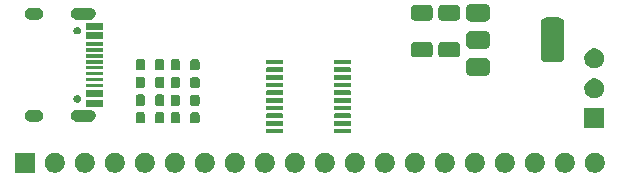
<source format=gts>
G04 #@! TF.GenerationSoftware,KiCad,Pcbnew,9.0.3*
G04 #@! TF.CreationDate,2025-08-03T15:22:30-04:00*
G04 #@! TF.ProjectId,CH32V003F4P6,43483332-5630-4303-9346-3450362e6b69,rev?*
G04 #@! TF.SameCoordinates,Original*
G04 #@! TF.FileFunction,Soldermask,Top*
G04 #@! TF.FilePolarity,Negative*
%FSLAX46Y46*%
G04 Gerber Fmt 4.6, Leading zero omitted, Abs format (unit mm)*
G04 Created by KiCad (PCBNEW 9.0.3) date 2025-08-03 15:22:30*
%MOMM*%
%LPD*%
G01*
G04 APERTURE LIST*
G04 APERTURE END LIST*
G36*
X129925000Y-129050000D02*
G01*
X128225000Y-129050000D01*
X128225000Y-127350000D01*
X129925000Y-127350000D01*
X129925000Y-129050000D01*
G37*
G36*
X131861742Y-127386601D02*
G01*
X132015687Y-127450367D01*
X132154234Y-127542941D01*
X132272059Y-127660766D01*
X132364633Y-127799313D01*
X132428399Y-127953258D01*
X132460907Y-128116685D01*
X132460907Y-128283315D01*
X132428399Y-128446742D01*
X132364633Y-128600687D01*
X132272059Y-128739234D01*
X132154234Y-128857059D01*
X132015687Y-128949633D01*
X131861742Y-129013399D01*
X131698315Y-129045907D01*
X131531685Y-129045907D01*
X131368258Y-129013399D01*
X131214313Y-128949633D01*
X131075766Y-128857059D01*
X130957941Y-128739234D01*
X130865367Y-128600687D01*
X130801601Y-128446742D01*
X130769093Y-128283315D01*
X130769093Y-128116685D01*
X130801601Y-127953258D01*
X130865367Y-127799313D01*
X130957941Y-127660766D01*
X131075766Y-127542941D01*
X131214313Y-127450367D01*
X131368258Y-127386601D01*
X131531685Y-127354093D01*
X131698315Y-127354093D01*
X131861742Y-127386601D01*
G37*
G36*
X134401742Y-127386601D02*
G01*
X134555687Y-127450367D01*
X134694234Y-127542941D01*
X134812059Y-127660766D01*
X134904633Y-127799313D01*
X134968399Y-127953258D01*
X135000907Y-128116685D01*
X135000907Y-128283315D01*
X134968399Y-128446742D01*
X134904633Y-128600687D01*
X134812059Y-128739234D01*
X134694234Y-128857059D01*
X134555687Y-128949633D01*
X134401742Y-129013399D01*
X134238315Y-129045907D01*
X134071685Y-129045907D01*
X133908258Y-129013399D01*
X133754313Y-128949633D01*
X133615766Y-128857059D01*
X133497941Y-128739234D01*
X133405367Y-128600687D01*
X133341601Y-128446742D01*
X133309093Y-128283315D01*
X133309093Y-128116685D01*
X133341601Y-127953258D01*
X133405367Y-127799313D01*
X133497941Y-127660766D01*
X133615766Y-127542941D01*
X133754313Y-127450367D01*
X133908258Y-127386601D01*
X134071685Y-127354093D01*
X134238315Y-127354093D01*
X134401742Y-127386601D01*
G37*
G36*
X136941742Y-127386601D02*
G01*
X137095687Y-127450367D01*
X137234234Y-127542941D01*
X137352059Y-127660766D01*
X137444633Y-127799313D01*
X137508399Y-127953258D01*
X137540907Y-128116685D01*
X137540907Y-128283315D01*
X137508399Y-128446742D01*
X137444633Y-128600687D01*
X137352059Y-128739234D01*
X137234234Y-128857059D01*
X137095687Y-128949633D01*
X136941742Y-129013399D01*
X136778315Y-129045907D01*
X136611685Y-129045907D01*
X136448258Y-129013399D01*
X136294313Y-128949633D01*
X136155766Y-128857059D01*
X136037941Y-128739234D01*
X135945367Y-128600687D01*
X135881601Y-128446742D01*
X135849093Y-128283315D01*
X135849093Y-128116685D01*
X135881601Y-127953258D01*
X135945367Y-127799313D01*
X136037941Y-127660766D01*
X136155766Y-127542941D01*
X136294313Y-127450367D01*
X136448258Y-127386601D01*
X136611685Y-127354093D01*
X136778315Y-127354093D01*
X136941742Y-127386601D01*
G37*
G36*
X139481742Y-127386601D02*
G01*
X139635687Y-127450367D01*
X139774234Y-127542941D01*
X139892059Y-127660766D01*
X139984633Y-127799313D01*
X140048399Y-127953258D01*
X140080907Y-128116685D01*
X140080907Y-128283315D01*
X140048399Y-128446742D01*
X139984633Y-128600687D01*
X139892059Y-128739234D01*
X139774234Y-128857059D01*
X139635687Y-128949633D01*
X139481742Y-129013399D01*
X139318315Y-129045907D01*
X139151685Y-129045907D01*
X138988258Y-129013399D01*
X138834313Y-128949633D01*
X138695766Y-128857059D01*
X138577941Y-128739234D01*
X138485367Y-128600687D01*
X138421601Y-128446742D01*
X138389093Y-128283315D01*
X138389093Y-128116685D01*
X138421601Y-127953258D01*
X138485367Y-127799313D01*
X138577941Y-127660766D01*
X138695766Y-127542941D01*
X138834313Y-127450367D01*
X138988258Y-127386601D01*
X139151685Y-127354093D01*
X139318315Y-127354093D01*
X139481742Y-127386601D01*
G37*
G36*
X142021742Y-127386601D02*
G01*
X142175687Y-127450367D01*
X142314234Y-127542941D01*
X142432059Y-127660766D01*
X142524633Y-127799313D01*
X142588399Y-127953258D01*
X142620907Y-128116685D01*
X142620907Y-128283315D01*
X142588399Y-128446742D01*
X142524633Y-128600687D01*
X142432059Y-128739234D01*
X142314234Y-128857059D01*
X142175687Y-128949633D01*
X142021742Y-129013399D01*
X141858315Y-129045907D01*
X141691685Y-129045907D01*
X141528258Y-129013399D01*
X141374313Y-128949633D01*
X141235766Y-128857059D01*
X141117941Y-128739234D01*
X141025367Y-128600687D01*
X140961601Y-128446742D01*
X140929093Y-128283315D01*
X140929093Y-128116685D01*
X140961601Y-127953258D01*
X141025367Y-127799313D01*
X141117941Y-127660766D01*
X141235766Y-127542941D01*
X141374313Y-127450367D01*
X141528258Y-127386601D01*
X141691685Y-127354093D01*
X141858315Y-127354093D01*
X142021742Y-127386601D01*
G37*
G36*
X144561742Y-127386601D02*
G01*
X144715687Y-127450367D01*
X144854234Y-127542941D01*
X144972059Y-127660766D01*
X145064633Y-127799313D01*
X145128399Y-127953258D01*
X145160907Y-128116685D01*
X145160907Y-128283315D01*
X145128399Y-128446742D01*
X145064633Y-128600687D01*
X144972059Y-128739234D01*
X144854234Y-128857059D01*
X144715687Y-128949633D01*
X144561742Y-129013399D01*
X144398315Y-129045907D01*
X144231685Y-129045907D01*
X144068258Y-129013399D01*
X143914313Y-128949633D01*
X143775766Y-128857059D01*
X143657941Y-128739234D01*
X143565367Y-128600687D01*
X143501601Y-128446742D01*
X143469093Y-128283315D01*
X143469093Y-128116685D01*
X143501601Y-127953258D01*
X143565367Y-127799313D01*
X143657941Y-127660766D01*
X143775766Y-127542941D01*
X143914313Y-127450367D01*
X144068258Y-127386601D01*
X144231685Y-127354093D01*
X144398315Y-127354093D01*
X144561742Y-127386601D01*
G37*
G36*
X147101742Y-127386601D02*
G01*
X147255687Y-127450367D01*
X147394234Y-127542941D01*
X147512059Y-127660766D01*
X147604633Y-127799313D01*
X147668399Y-127953258D01*
X147700907Y-128116685D01*
X147700907Y-128283315D01*
X147668399Y-128446742D01*
X147604633Y-128600687D01*
X147512059Y-128739234D01*
X147394234Y-128857059D01*
X147255687Y-128949633D01*
X147101742Y-129013399D01*
X146938315Y-129045907D01*
X146771685Y-129045907D01*
X146608258Y-129013399D01*
X146454313Y-128949633D01*
X146315766Y-128857059D01*
X146197941Y-128739234D01*
X146105367Y-128600687D01*
X146041601Y-128446742D01*
X146009093Y-128283315D01*
X146009093Y-128116685D01*
X146041601Y-127953258D01*
X146105367Y-127799313D01*
X146197941Y-127660766D01*
X146315766Y-127542941D01*
X146454313Y-127450367D01*
X146608258Y-127386601D01*
X146771685Y-127354093D01*
X146938315Y-127354093D01*
X147101742Y-127386601D01*
G37*
G36*
X149641742Y-127386601D02*
G01*
X149795687Y-127450367D01*
X149934234Y-127542941D01*
X150052059Y-127660766D01*
X150144633Y-127799313D01*
X150208399Y-127953258D01*
X150240907Y-128116685D01*
X150240907Y-128283315D01*
X150208399Y-128446742D01*
X150144633Y-128600687D01*
X150052059Y-128739234D01*
X149934234Y-128857059D01*
X149795687Y-128949633D01*
X149641742Y-129013399D01*
X149478315Y-129045907D01*
X149311685Y-129045907D01*
X149148258Y-129013399D01*
X148994313Y-128949633D01*
X148855766Y-128857059D01*
X148737941Y-128739234D01*
X148645367Y-128600687D01*
X148581601Y-128446742D01*
X148549093Y-128283315D01*
X148549093Y-128116685D01*
X148581601Y-127953258D01*
X148645367Y-127799313D01*
X148737941Y-127660766D01*
X148855766Y-127542941D01*
X148994313Y-127450367D01*
X149148258Y-127386601D01*
X149311685Y-127354093D01*
X149478315Y-127354093D01*
X149641742Y-127386601D01*
G37*
G36*
X152181742Y-127386601D02*
G01*
X152335687Y-127450367D01*
X152474234Y-127542941D01*
X152592059Y-127660766D01*
X152684633Y-127799313D01*
X152748399Y-127953258D01*
X152780907Y-128116685D01*
X152780907Y-128283315D01*
X152748399Y-128446742D01*
X152684633Y-128600687D01*
X152592059Y-128739234D01*
X152474234Y-128857059D01*
X152335687Y-128949633D01*
X152181742Y-129013399D01*
X152018315Y-129045907D01*
X151851685Y-129045907D01*
X151688258Y-129013399D01*
X151534313Y-128949633D01*
X151395766Y-128857059D01*
X151277941Y-128739234D01*
X151185367Y-128600687D01*
X151121601Y-128446742D01*
X151089093Y-128283315D01*
X151089093Y-128116685D01*
X151121601Y-127953258D01*
X151185367Y-127799313D01*
X151277941Y-127660766D01*
X151395766Y-127542941D01*
X151534313Y-127450367D01*
X151688258Y-127386601D01*
X151851685Y-127354093D01*
X152018315Y-127354093D01*
X152181742Y-127386601D01*
G37*
G36*
X154721742Y-127386601D02*
G01*
X154875687Y-127450367D01*
X155014234Y-127542941D01*
X155132059Y-127660766D01*
X155224633Y-127799313D01*
X155288399Y-127953258D01*
X155320907Y-128116685D01*
X155320907Y-128283315D01*
X155288399Y-128446742D01*
X155224633Y-128600687D01*
X155132059Y-128739234D01*
X155014234Y-128857059D01*
X154875687Y-128949633D01*
X154721742Y-129013399D01*
X154558315Y-129045907D01*
X154391685Y-129045907D01*
X154228258Y-129013399D01*
X154074313Y-128949633D01*
X153935766Y-128857059D01*
X153817941Y-128739234D01*
X153725367Y-128600687D01*
X153661601Y-128446742D01*
X153629093Y-128283315D01*
X153629093Y-128116685D01*
X153661601Y-127953258D01*
X153725367Y-127799313D01*
X153817941Y-127660766D01*
X153935766Y-127542941D01*
X154074313Y-127450367D01*
X154228258Y-127386601D01*
X154391685Y-127354093D01*
X154558315Y-127354093D01*
X154721742Y-127386601D01*
G37*
G36*
X157261742Y-127386601D02*
G01*
X157415687Y-127450367D01*
X157554234Y-127542941D01*
X157672059Y-127660766D01*
X157764633Y-127799313D01*
X157828399Y-127953258D01*
X157860907Y-128116685D01*
X157860907Y-128283315D01*
X157828399Y-128446742D01*
X157764633Y-128600687D01*
X157672059Y-128739234D01*
X157554234Y-128857059D01*
X157415687Y-128949633D01*
X157261742Y-129013399D01*
X157098315Y-129045907D01*
X156931685Y-129045907D01*
X156768258Y-129013399D01*
X156614313Y-128949633D01*
X156475766Y-128857059D01*
X156357941Y-128739234D01*
X156265367Y-128600687D01*
X156201601Y-128446742D01*
X156169093Y-128283315D01*
X156169093Y-128116685D01*
X156201601Y-127953258D01*
X156265367Y-127799313D01*
X156357941Y-127660766D01*
X156475766Y-127542941D01*
X156614313Y-127450367D01*
X156768258Y-127386601D01*
X156931685Y-127354093D01*
X157098315Y-127354093D01*
X157261742Y-127386601D01*
G37*
G36*
X159801742Y-127386601D02*
G01*
X159955687Y-127450367D01*
X160094234Y-127542941D01*
X160212059Y-127660766D01*
X160304633Y-127799313D01*
X160368399Y-127953258D01*
X160400907Y-128116685D01*
X160400907Y-128283315D01*
X160368399Y-128446742D01*
X160304633Y-128600687D01*
X160212059Y-128739234D01*
X160094234Y-128857059D01*
X159955687Y-128949633D01*
X159801742Y-129013399D01*
X159638315Y-129045907D01*
X159471685Y-129045907D01*
X159308258Y-129013399D01*
X159154313Y-128949633D01*
X159015766Y-128857059D01*
X158897941Y-128739234D01*
X158805367Y-128600687D01*
X158741601Y-128446742D01*
X158709093Y-128283315D01*
X158709093Y-128116685D01*
X158741601Y-127953258D01*
X158805367Y-127799313D01*
X158897941Y-127660766D01*
X159015766Y-127542941D01*
X159154313Y-127450367D01*
X159308258Y-127386601D01*
X159471685Y-127354093D01*
X159638315Y-127354093D01*
X159801742Y-127386601D01*
G37*
G36*
X162341742Y-127386601D02*
G01*
X162495687Y-127450367D01*
X162634234Y-127542941D01*
X162752059Y-127660766D01*
X162844633Y-127799313D01*
X162908399Y-127953258D01*
X162940907Y-128116685D01*
X162940907Y-128283315D01*
X162908399Y-128446742D01*
X162844633Y-128600687D01*
X162752059Y-128739234D01*
X162634234Y-128857059D01*
X162495687Y-128949633D01*
X162341742Y-129013399D01*
X162178315Y-129045907D01*
X162011685Y-129045907D01*
X161848258Y-129013399D01*
X161694313Y-128949633D01*
X161555766Y-128857059D01*
X161437941Y-128739234D01*
X161345367Y-128600687D01*
X161281601Y-128446742D01*
X161249093Y-128283315D01*
X161249093Y-128116685D01*
X161281601Y-127953258D01*
X161345367Y-127799313D01*
X161437941Y-127660766D01*
X161555766Y-127542941D01*
X161694313Y-127450367D01*
X161848258Y-127386601D01*
X162011685Y-127354093D01*
X162178315Y-127354093D01*
X162341742Y-127386601D01*
G37*
G36*
X164881742Y-127386601D02*
G01*
X165035687Y-127450367D01*
X165174234Y-127542941D01*
X165292059Y-127660766D01*
X165384633Y-127799313D01*
X165448399Y-127953258D01*
X165480907Y-128116685D01*
X165480907Y-128283315D01*
X165448399Y-128446742D01*
X165384633Y-128600687D01*
X165292059Y-128739234D01*
X165174234Y-128857059D01*
X165035687Y-128949633D01*
X164881742Y-129013399D01*
X164718315Y-129045907D01*
X164551685Y-129045907D01*
X164388258Y-129013399D01*
X164234313Y-128949633D01*
X164095766Y-128857059D01*
X163977941Y-128739234D01*
X163885367Y-128600687D01*
X163821601Y-128446742D01*
X163789093Y-128283315D01*
X163789093Y-128116685D01*
X163821601Y-127953258D01*
X163885367Y-127799313D01*
X163977941Y-127660766D01*
X164095766Y-127542941D01*
X164234313Y-127450367D01*
X164388258Y-127386601D01*
X164551685Y-127354093D01*
X164718315Y-127354093D01*
X164881742Y-127386601D01*
G37*
G36*
X167421742Y-127386601D02*
G01*
X167575687Y-127450367D01*
X167714234Y-127542941D01*
X167832059Y-127660766D01*
X167924633Y-127799313D01*
X167988399Y-127953258D01*
X168020907Y-128116685D01*
X168020907Y-128283315D01*
X167988399Y-128446742D01*
X167924633Y-128600687D01*
X167832059Y-128739234D01*
X167714234Y-128857059D01*
X167575687Y-128949633D01*
X167421742Y-129013399D01*
X167258315Y-129045907D01*
X167091685Y-129045907D01*
X166928258Y-129013399D01*
X166774313Y-128949633D01*
X166635766Y-128857059D01*
X166517941Y-128739234D01*
X166425367Y-128600687D01*
X166361601Y-128446742D01*
X166329093Y-128283315D01*
X166329093Y-128116685D01*
X166361601Y-127953258D01*
X166425367Y-127799313D01*
X166517941Y-127660766D01*
X166635766Y-127542941D01*
X166774313Y-127450367D01*
X166928258Y-127386601D01*
X167091685Y-127354093D01*
X167258315Y-127354093D01*
X167421742Y-127386601D01*
G37*
G36*
X169961742Y-127386601D02*
G01*
X170115687Y-127450367D01*
X170254234Y-127542941D01*
X170372059Y-127660766D01*
X170464633Y-127799313D01*
X170528399Y-127953258D01*
X170560907Y-128116685D01*
X170560907Y-128283315D01*
X170528399Y-128446742D01*
X170464633Y-128600687D01*
X170372059Y-128739234D01*
X170254234Y-128857059D01*
X170115687Y-128949633D01*
X169961742Y-129013399D01*
X169798315Y-129045907D01*
X169631685Y-129045907D01*
X169468258Y-129013399D01*
X169314313Y-128949633D01*
X169175766Y-128857059D01*
X169057941Y-128739234D01*
X168965367Y-128600687D01*
X168901601Y-128446742D01*
X168869093Y-128283315D01*
X168869093Y-128116685D01*
X168901601Y-127953258D01*
X168965367Y-127799313D01*
X169057941Y-127660766D01*
X169175766Y-127542941D01*
X169314313Y-127450367D01*
X169468258Y-127386601D01*
X169631685Y-127354093D01*
X169798315Y-127354093D01*
X169961742Y-127386601D01*
G37*
G36*
X172501742Y-127386601D02*
G01*
X172655687Y-127450367D01*
X172794234Y-127542941D01*
X172912059Y-127660766D01*
X173004633Y-127799313D01*
X173068399Y-127953258D01*
X173100907Y-128116685D01*
X173100907Y-128283315D01*
X173068399Y-128446742D01*
X173004633Y-128600687D01*
X172912059Y-128739234D01*
X172794234Y-128857059D01*
X172655687Y-128949633D01*
X172501742Y-129013399D01*
X172338315Y-129045907D01*
X172171685Y-129045907D01*
X172008258Y-129013399D01*
X171854313Y-128949633D01*
X171715766Y-128857059D01*
X171597941Y-128739234D01*
X171505367Y-128600687D01*
X171441601Y-128446742D01*
X171409093Y-128283315D01*
X171409093Y-128116685D01*
X171441601Y-127953258D01*
X171505367Y-127799313D01*
X171597941Y-127660766D01*
X171715766Y-127542941D01*
X171854313Y-127450367D01*
X172008258Y-127386601D01*
X172171685Y-127354093D01*
X172338315Y-127354093D01*
X172501742Y-127386601D01*
G37*
G36*
X175041742Y-127386601D02*
G01*
X175195687Y-127450367D01*
X175334234Y-127542941D01*
X175452059Y-127660766D01*
X175544633Y-127799313D01*
X175608399Y-127953258D01*
X175640907Y-128116685D01*
X175640907Y-128283315D01*
X175608399Y-128446742D01*
X175544633Y-128600687D01*
X175452059Y-128739234D01*
X175334234Y-128857059D01*
X175195687Y-128949633D01*
X175041742Y-129013399D01*
X174878315Y-129045907D01*
X174711685Y-129045907D01*
X174548258Y-129013399D01*
X174394313Y-128949633D01*
X174255766Y-128857059D01*
X174137941Y-128739234D01*
X174045367Y-128600687D01*
X173981601Y-128446742D01*
X173949093Y-128283315D01*
X173949093Y-128116685D01*
X173981601Y-127953258D01*
X174045367Y-127799313D01*
X174137941Y-127660766D01*
X174255766Y-127542941D01*
X174394313Y-127450367D01*
X174548258Y-127386601D01*
X174711685Y-127354093D01*
X174878315Y-127354093D01*
X175041742Y-127386601D01*
G37*
G36*
X177581742Y-127386601D02*
G01*
X177735687Y-127450367D01*
X177874234Y-127542941D01*
X177992059Y-127660766D01*
X178084633Y-127799313D01*
X178148399Y-127953258D01*
X178180907Y-128116685D01*
X178180907Y-128283315D01*
X178148399Y-128446742D01*
X178084633Y-128600687D01*
X177992059Y-128739234D01*
X177874234Y-128857059D01*
X177735687Y-128949633D01*
X177581742Y-129013399D01*
X177418315Y-129045907D01*
X177251685Y-129045907D01*
X177088258Y-129013399D01*
X176934313Y-128949633D01*
X176795766Y-128857059D01*
X176677941Y-128739234D01*
X176585367Y-128600687D01*
X176521601Y-128446742D01*
X176489093Y-128283315D01*
X176489093Y-128116685D01*
X176521601Y-127953258D01*
X176585367Y-127799313D01*
X176677941Y-127660766D01*
X176795766Y-127542941D01*
X176934313Y-127450367D01*
X177088258Y-127386601D01*
X177251685Y-127354093D01*
X177418315Y-127354093D01*
X177581742Y-127386601D01*
G37*
G36*
X150913268Y-125332612D02*
G01*
X150945711Y-125354289D01*
X150967388Y-125386732D01*
X150975000Y-125425000D01*
X150975000Y-125625000D01*
X150967388Y-125663268D01*
X150945711Y-125695711D01*
X150913268Y-125717388D01*
X150875000Y-125725000D01*
X149600000Y-125725000D01*
X149561732Y-125717388D01*
X149529289Y-125695711D01*
X149507612Y-125663268D01*
X149500000Y-125625000D01*
X149500000Y-125425000D01*
X149507612Y-125386732D01*
X149529289Y-125354289D01*
X149561732Y-125332612D01*
X149600000Y-125325000D01*
X150875000Y-125325000D01*
X150913268Y-125332612D01*
G37*
G36*
X156638268Y-125332612D02*
G01*
X156670711Y-125354289D01*
X156692388Y-125386732D01*
X156700000Y-125425000D01*
X156700000Y-125625000D01*
X156692388Y-125663268D01*
X156670711Y-125695711D01*
X156638268Y-125717388D01*
X156600000Y-125725000D01*
X155325000Y-125725000D01*
X155286732Y-125717388D01*
X155254289Y-125695711D01*
X155232612Y-125663268D01*
X155225000Y-125625000D01*
X155225000Y-125425000D01*
X155232612Y-125386732D01*
X155254289Y-125354289D01*
X155286732Y-125332612D01*
X155325000Y-125325000D01*
X156600000Y-125325000D01*
X156638268Y-125332612D01*
G37*
G36*
X178142000Y-125295000D02*
G01*
X176442000Y-125295000D01*
X176442000Y-123595000D01*
X178142000Y-123595000D01*
X178142000Y-125295000D01*
G37*
G36*
X150913268Y-124682612D02*
G01*
X150945711Y-124704289D01*
X150967388Y-124736732D01*
X150975000Y-124775000D01*
X150975000Y-124975000D01*
X150967388Y-125013268D01*
X150945711Y-125045711D01*
X150913268Y-125067388D01*
X150875000Y-125075000D01*
X149600000Y-125075000D01*
X149561732Y-125067388D01*
X149529289Y-125045711D01*
X149507612Y-125013268D01*
X149500000Y-124975000D01*
X149500000Y-124775000D01*
X149507612Y-124736732D01*
X149529289Y-124704289D01*
X149561732Y-124682612D01*
X149600000Y-124675000D01*
X150875000Y-124675000D01*
X150913268Y-124682612D01*
G37*
G36*
X156638268Y-124682612D02*
G01*
X156670711Y-124704289D01*
X156692388Y-124736732D01*
X156700000Y-124775000D01*
X156700000Y-124975000D01*
X156692388Y-125013268D01*
X156670711Y-125045711D01*
X156638268Y-125067388D01*
X156600000Y-125075000D01*
X155325000Y-125075000D01*
X155286732Y-125067388D01*
X155254289Y-125045711D01*
X155232612Y-125013268D01*
X155225000Y-124975000D01*
X155225000Y-124775000D01*
X155232612Y-124736732D01*
X155254289Y-124704289D01*
X155286732Y-124682612D01*
X155325000Y-124675000D01*
X156600000Y-124675000D01*
X156638268Y-124682612D01*
G37*
G36*
X142107604Y-123940223D02*
G01*
X142172488Y-123983578D01*
X142215843Y-124048462D01*
X142231067Y-124124999D01*
X142231067Y-124674999D01*
X142215843Y-124751536D01*
X142172488Y-124816420D01*
X142107604Y-124859775D01*
X142031067Y-124874999D01*
X141631067Y-124874999D01*
X141554530Y-124859775D01*
X141489646Y-124816420D01*
X141446291Y-124751536D01*
X141431067Y-124674999D01*
X141431067Y-124124999D01*
X141446291Y-124048462D01*
X141489646Y-123983578D01*
X141554530Y-123940223D01*
X141631067Y-123924999D01*
X142031067Y-123924999D01*
X142107604Y-123940223D01*
G37*
G36*
X143757604Y-123940223D02*
G01*
X143822488Y-123983578D01*
X143865843Y-124048462D01*
X143881067Y-124124999D01*
X143881067Y-124674999D01*
X143865843Y-124751536D01*
X143822488Y-124816420D01*
X143757604Y-124859775D01*
X143681067Y-124874999D01*
X143281067Y-124874999D01*
X143204530Y-124859775D01*
X143139646Y-124816420D01*
X143096291Y-124751536D01*
X143081067Y-124674999D01*
X143081067Y-124124999D01*
X143096291Y-124048462D01*
X143139646Y-123983578D01*
X143204530Y-123940223D01*
X143281067Y-123924999D01*
X143681067Y-123924999D01*
X143757604Y-123940223D01*
G37*
G36*
X139126537Y-123940222D02*
G01*
X139191421Y-123983577D01*
X139234776Y-124048461D01*
X139250000Y-124124998D01*
X139250000Y-124674998D01*
X139234776Y-124751535D01*
X139191421Y-124816419D01*
X139126537Y-124859774D01*
X139050000Y-124874998D01*
X138650000Y-124874998D01*
X138573463Y-124859774D01*
X138508579Y-124816419D01*
X138465224Y-124751535D01*
X138450000Y-124674998D01*
X138450000Y-124124998D01*
X138465224Y-124048461D01*
X138508579Y-123983577D01*
X138573463Y-123940222D01*
X138650000Y-123924998D01*
X139050000Y-123924998D01*
X139126537Y-123940222D01*
G37*
G36*
X140776537Y-123940222D02*
G01*
X140841421Y-123983577D01*
X140884776Y-124048461D01*
X140900000Y-124124998D01*
X140900000Y-124674998D01*
X140884776Y-124751535D01*
X140841421Y-124816419D01*
X140776537Y-124859774D01*
X140700000Y-124874998D01*
X140300000Y-124874998D01*
X140223463Y-124859774D01*
X140158579Y-124816419D01*
X140115224Y-124751535D01*
X140100000Y-124674998D01*
X140100000Y-124124998D01*
X140115224Y-124048461D01*
X140158579Y-123983577D01*
X140223463Y-123940222D01*
X140300000Y-123924998D01*
X140700000Y-123924998D01*
X140776537Y-123940222D01*
G37*
G36*
X130215263Y-123724278D02*
G01*
X130341342Y-123758060D01*
X130454381Y-123823323D01*
X130546677Y-123915619D01*
X130611940Y-124028658D01*
X130645722Y-124154737D01*
X130645722Y-124285263D01*
X130611940Y-124411342D01*
X130546677Y-124524381D01*
X130454381Y-124616677D01*
X130341342Y-124681940D01*
X130215263Y-124715722D01*
X130150000Y-124720000D01*
X130148029Y-124720000D01*
X129551971Y-124720000D01*
X129550000Y-124720000D01*
X129484737Y-124715722D01*
X129358658Y-124681940D01*
X129245619Y-124616677D01*
X129153323Y-124524381D01*
X129088060Y-124411342D01*
X129054278Y-124285263D01*
X129054278Y-124154737D01*
X129088060Y-124028658D01*
X129153323Y-123915619D01*
X129245619Y-123823323D01*
X129358658Y-123758060D01*
X129484737Y-123724278D01*
X129550000Y-123720000D01*
X130150000Y-123720000D01*
X130215263Y-123724278D01*
G37*
G36*
X134645263Y-123724278D02*
G01*
X134771342Y-123758060D01*
X134884381Y-123823323D01*
X134976677Y-123915619D01*
X135041940Y-124028658D01*
X135075722Y-124154737D01*
X135075722Y-124285263D01*
X135041940Y-124411342D01*
X134976677Y-124524381D01*
X134884381Y-124616677D01*
X134771342Y-124681940D01*
X134645263Y-124715722D01*
X134580000Y-124720000D01*
X134578029Y-124720000D01*
X133481971Y-124720000D01*
X133480000Y-124720000D01*
X133414737Y-124715722D01*
X133288658Y-124681940D01*
X133175619Y-124616677D01*
X133083323Y-124524381D01*
X133018060Y-124411342D01*
X132984278Y-124285263D01*
X132984278Y-124154737D01*
X133018060Y-124028658D01*
X133083323Y-123915619D01*
X133175619Y-123823323D01*
X133288658Y-123758060D01*
X133414737Y-123724278D01*
X133480000Y-123720000D01*
X134580000Y-123720000D01*
X134645263Y-123724278D01*
G37*
G36*
X150913268Y-124032612D02*
G01*
X150945711Y-124054289D01*
X150967388Y-124086732D01*
X150975000Y-124125000D01*
X150975000Y-124325000D01*
X150967388Y-124363268D01*
X150945711Y-124395711D01*
X150913268Y-124417388D01*
X150875000Y-124425000D01*
X149600000Y-124425000D01*
X149561732Y-124417388D01*
X149529289Y-124395711D01*
X149507612Y-124363268D01*
X149500000Y-124325000D01*
X149500000Y-124125000D01*
X149507612Y-124086732D01*
X149529289Y-124054289D01*
X149561732Y-124032612D01*
X149600000Y-124025000D01*
X150875000Y-124025000D01*
X150913268Y-124032612D01*
G37*
G36*
X156638268Y-124032612D02*
G01*
X156670711Y-124054289D01*
X156692388Y-124086732D01*
X156700000Y-124125000D01*
X156700000Y-124325000D01*
X156692388Y-124363268D01*
X156670711Y-124395711D01*
X156638268Y-124417388D01*
X156600000Y-124425000D01*
X155325000Y-124425000D01*
X155286732Y-124417388D01*
X155254289Y-124395711D01*
X155232612Y-124363268D01*
X155225000Y-124325000D01*
X155225000Y-124125000D01*
X155232612Y-124086732D01*
X155254289Y-124054289D01*
X155286732Y-124032612D01*
X155325000Y-124025000D01*
X156600000Y-124025000D01*
X156638268Y-124032612D01*
G37*
G36*
X150913268Y-123382612D02*
G01*
X150945711Y-123404289D01*
X150967388Y-123436732D01*
X150975000Y-123475000D01*
X150975000Y-123675000D01*
X150967388Y-123713268D01*
X150945711Y-123745711D01*
X150913268Y-123767388D01*
X150875000Y-123775000D01*
X149600000Y-123775000D01*
X149561732Y-123767388D01*
X149529289Y-123745711D01*
X149507612Y-123713268D01*
X149500000Y-123675000D01*
X149500000Y-123475000D01*
X149507612Y-123436732D01*
X149529289Y-123404289D01*
X149561732Y-123382612D01*
X149600000Y-123375000D01*
X150875000Y-123375000D01*
X150913268Y-123382612D01*
G37*
G36*
X156638268Y-123382612D02*
G01*
X156670711Y-123404289D01*
X156692388Y-123436732D01*
X156700000Y-123475000D01*
X156700000Y-123675000D01*
X156692388Y-123713268D01*
X156670711Y-123745711D01*
X156638268Y-123767388D01*
X156600000Y-123775000D01*
X155325000Y-123775000D01*
X155286732Y-123767388D01*
X155254289Y-123745711D01*
X155232612Y-123713268D01*
X155225000Y-123675000D01*
X155225000Y-123475000D01*
X155232612Y-123436732D01*
X155254289Y-123404289D01*
X155286732Y-123382612D01*
X155325000Y-123375000D01*
X156600000Y-123375000D01*
X156638268Y-123382612D01*
G37*
G36*
X135670000Y-123450000D02*
G01*
X134220000Y-123450000D01*
X134220000Y-122850000D01*
X135670000Y-122850000D01*
X135670000Y-123450000D01*
G37*
G36*
X142107604Y-122442191D02*
G01*
X142172488Y-122485546D01*
X142215843Y-122550430D01*
X142231067Y-122626967D01*
X142231067Y-123176967D01*
X142215843Y-123253504D01*
X142172488Y-123318388D01*
X142107604Y-123361743D01*
X142031067Y-123376967D01*
X141631067Y-123376967D01*
X141554530Y-123361743D01*
X141489646Y-123318388D01*
X141446291Y-123253504D01*
X141431067Y-123176967D01*
X141431067Y-122626967D01*
X141446291Y-122550430D01*
X141489646Y-122485546D01*
X141554530Y-122442191D01*
X141631067Y-122426967D01*
X142031067Y-122426967D01*
X142107604Y-122442191D01*
G37*
G36*
X143757604Y-122442191D02*
G01*
X143822488Y-122485546D01*
X143865843Y-122550430D01*
X143881067Y-122626967D01*
X143881067Y-123176967D01*
X143865843Y-123253504D01*
X143822488Y-123318388D01*
X143757604Y-123361743D01*
X143681067Y-123376967D01*
X143281067Y-123376967D01*
X143204530Y-123361743D01*
X143139646Y-123318388D01*
X143096291Y-123253504D01*
X143081067Y-123176967D01*
X143081067Y-122626967D01*
X143096291Y-122550430D01*
X143139646Y-122485546D01*
X143204530Y-122442191D01*
X143281067Y-122426967D01*
X143681067Y-122426967D01*
X143757604Y-122442191D01*
G37*
G36*
X139126537Y-122437411D02*
G01*
X139191421Y-122480766D01*
X139234776Y-122545650D01*
X139250000Y-122622187D01*
X139250000Y-123172187D01*
X139234776Y-123248724D01*
X139191421Y-123313608D01*
X139126537Y-123356963D01*
X139050000Y-123372187D01*
X138650000Y-123372187D01*
X138573463Y-123356963D01*
X138508579Y-123313608D01*
X138465224Y-123248724D01*
X138450000Y-123172187D01*
X138450000Y-122622187D01*
X138465224Y-122545650D01*
X138508579Y-122480766D01*
X138573463Y-122437411D01*
X138650000Y-122422187D01*
X139050000Y-122422187D01*
X139126537Y-122437411D01*
G37*
G36*
X140776537Y-122437411D02*
G01*
X140841421Y-122480766D01*
X140884776Y-122545650D01*
X140900000Y-122622187D01*
X140900000Y-123172187D01*
X140884776Y-123248724D01*
X140841421Y-123313608D01*
X140776537Y-123356963D01*
X140700000Y-123372187D01*
X140300000Y-123372187D01*
X140223463Y-123356963D01*
X140158579Y-123313608D01*
X140115224Y-123248724D01*
X140100000Y-123172187D01*
X140100000Y-122622187D01*
X140115224Y-122545650D01*
X140158579Y-122480766D01*
X140223463Y-122437411D01*
X140300000Y-122422187D01*
X140700000Y-122422187D01*
X140776537Y-122437411D01*
G37*
G36*
X150913268Y-122732612D02*
G01*
X150945711Y-122754289D01*
X150967388Y-122786732D01*
X150975000Y-122825000D01*
X150975000Y-123025000D01*
X150967388Y-123063268D01*
X150945711Y-123095711D01*
X150913268Y-123117388D01*
X150875000Y-123125000D01*
X149600000Y-123125000D01*
X149561732Y-123117388D01*
X149529289Y-123095711D01*
X149507612Y-123063268D01*
X149500000Y-123025000D01*
X149500000Y-122825000D01*
X149507612Y-122786732D01*
X149529289Y-122754289D01*
X149561732Y-122732612D01*
X149600000Y-122725000D01*
X150875000Y-122725000D01*
X150913268Y-122732612D01*
G37*
G36*
X156638268Y-122732612D02*
G01*
X156670711Y-122754289D01*
X156692388Y-122786732D01*
X156700000Y-122825000D01*
X156700000Y-123025000D01*
X156692388Y-123063268D01*
X156670711Y-123095711D01*
X156638268Y-123117388D01*
X156600000Y-123125000D01*
X155325000Y-123125000D01*
X155286732Y-123117388D01*
X155254289Y-123095711D01*
X155232612Y-123063268D01*
X155225000Y-123025000D01*
X155225000Y-122825000D01*
X155232612Y-122786732D01*
X155254289Y-122754289D01*
X155286732Y-122732612D01*
X155325000Y-122725000D01*
X156600000Y-122725000D01*
X156638268Y-122732612D01*
G37*
G36*
X133624372Y-122489739D02*
G01*
X133697847Y-122532160D01*
X133757840Y-122592153D01*
X133800261Y-122665628D01*
X133822220Y-122747579D01*
X133822220Y-122832421D01*
X133800261Y-122914372D01*
X133757840Y-122987847D01*
X133697847Y-123047840D01*
X133624372Y-123090261D01*
X133542421Y-123112220D01*
X133457579Y-123112220D01*
X133375628Y-123090261D01*
X133302153Y-123047840D01*
X133242160Y-122987847D01*
X133199739Y-122914372D01*
X133177780Y-122832421D01*
X133177780Y-122747579D01*
X133199739Y-122665628D01*
X133242160Y-122592153D01*
X133302153Y-122532160D01*
X133375628Y-122489739D01*
X133457579Y-122467780D01*
X133542421Y-122467780D01*
X133624372Y-122489739D01*
G37*
G36*
X177538742Y-121091601D02*
G01*
X177692687Y-121155367D01*
X177831234Y-121247941D01*
X177949059Y-121365766D01*
X178041633Y-121504313D01*
X178105399Y-121658258D01*
X178137907Y-121821685D01*
X178137907Y-121988315D01*
X178105399Y-122151742D01*
X178041633Y-122305687D01*
X177949059Y-122444234D01*
X177831234Y-122562059D01*
X177692687Y-122654633D01*
X177538742Y-122718399D01*
X177375315Y-122750907D01*
X177208685Y-122750907D01*
X177045258Y-122718399D01*
X176891313Y-122654633D01*
X176752766Y-122562059D01*
X176634941Y-122444234D01*
X176542367Y-122305687D01*
X176478601Y-122151742D01*
X176446093Y-121988315D01*
X176446093Y-121821685D01*
X176478601Y-121658258D01*
X176542367Y-121504313D01*
X176634941Y-121365766D01*
X176752766Y-121247941D01*
X176891313Y-121155367D01*
X177045258Y-121091601D01*
X177208685Y-121059093D01*
X177375315Y-121059093D01*
X177538742Y-121091601D01*
G37*
G36*
X135670000Y-122650000D02*
G01*
X134220000Y-122650000D01*
X134220000Y-122050000D01*
X135670000Y-122050000D01*
X135670000Y-122650000D01*
G37*
G36*
X150913268Y-122082612D02*
G01*
X150945711Y-122104289D01*
X150967388Y-122136732D01*
X150975000Y-122175000D01*
X150975000Y-122375000D01*
X150967388Y-122413268D01*
X150945711Y-122445711D01*
X150913268Y-122467388D01*
X150875000Y-122475000D01*
X149600000Y-122475000D01*
X149561732Y-122467388D01*
X149529289Y-122445711D01*
X149507612Y-122413268D01*
X149500000Y-122375000D01*
X149500000Y-122175000D01*
X149507612Y-122136732D01*
X149529289Y-122104289D01*
X149561732Y-122082612D01*
X149600000Y-122075000D01*
X150875000Y-122075000D01*
X150913268Y-122082612D01*
G37*
G36*
X156638268Y-122082612D02*
G01*
X156670711Y-122104289D01*
X156692388Y-122136732D01*
X156700000Y-122175000D01*
X156700000Y-122375000D01*
X156692388Y-122413268D01*
X156670711Y-122445711D01*
X156638268Y-122467388D01*
X156600000Y-122475000D01*
X155325000Y-122475000D01*
X155286732Y-122467388D01*
X155254289Y-122445711D01*
X155232612Y-122413268D01*
X155225000Y-122375000D01*
X155225000Y-122175000D01*
X155232612Y-122136732D01*
X155254289Y-122104289D01*
X155286732Y-122082612D01*
X155325000Y-122075000D01*
X156600000Y-122075000D01*
X156638268Y-122082612D01*
G37*
G36*
X142107604Y-120944159D02*
G01*
X142172488Y-120987514D01*
X142215843Y-121052398D01*
X142231067Y-121128935D01*
X142231067Y-121678935D01*
X142215843Y-121755472D01*
X142172488Y-121820356D01*
X142107604Y-121863711D01*
X142031067Y-121878935D01*
X141631067Y-121878935D01*
X141554530Y-121863711D01*
X141489646Y-121820356D01*
X141446291Y-121755472D01*
X141431067Y-121678935D01*
X141431067Y-121128935D01*
X141446291Y-121052398D01*
X141489646Y-120987514D01*
X141554530Y-120944159D01*
X141631067Y-120928935D01*
X142031067Y-120928935D01*
X142107604Y-120944159D01*
G37*
G36*
X143757604Y-120944159D02*
G01*
X143822488Y-120987514D01*
X143865843Y-121052398D01*
X143881067Y-121128935D01*
X143881067Y-121678935D01*
X143865843Y-121755472D01*
X143822488Y-121820356D01*
X143757604Y-121863711D01*
X143681067Y-121878935D01*
X143281067Y-121878935D01*
X143204530Y-121863711D01*
X143139646Y-121820356D01*
X143096291Y-121755472D01*
X143081067Y-121678935D01*
X143081067Y-121128935D01*
X143096291Y-121052398D01*
X143139646Y-120987514D01*
X143204530Y-120944159D01*
X143281067Y-120928935D01*
X143681067Y-120928935D01*
X143757604Y-120944159D01*
G37*
G36*
X139126537Y-120934600D02*
G01*
X139191421Y-120977955D01*
X139234776Y-121042839D01*
X139250000Y-121119376D01*
X139250000Y-121669376D01*
X139234776Y-121745913D01*
X139191421Y-121810797D01*
X139126537Y-121854152D01*
X139050000Y-121869376D01*
X138650000Y-121869376D01*
X138573463Y-121854152D01*
X138508579Y-121810797D01*
X138465224Y-121745913D01*
X138450000Y-121669376D01*
X138450000Y-121119376D01*
X138465224Y-121042839D01*
X138508579Y-120977955D01*
X138573463Y-120934600D01*
X138650000Y-120919376D01*
X139050000Y-120919376D01*
X139126537Y-120934600D01*
G37*
G36*
X140776537Y-120934600D02*
G01*
X140841421Y-120977955D01*
X140884776Y-121042839D01*
X140900000Y-121119376D01*
X140900000Y-121669376D01*
X140884776Y-121745913D01*
X140841421Y-121810797D01*
X140776537Y-121854152D01*
X140700000Y-121869376D01*
X140300000Y-121869376D01*
X140223463Y-121854152D01*
X140158579Y-121810797D01*
X140115224Y-121745913D01*
X140100000Y-121669376D01*
X140100000Y-121119376D01*
X140115224Y-121042839D01*
X140158579Y-120977955D01*
X140223463Y-120934600D01*
X140300000Y-120919376D01*
X140700000Y-120919376D01*
X140776537Y-120934600D01*
G37*
G36*
X150913268Y-121432612D02*
G01*
X150945711Y-121454289D01*
X150967388Y-121486732D01*
X150975000Y-121525000D01*
X150975000Y-121725000D01*
X150967388Y-121763268D01*
X150945711Y-121795711D01*
X150913268Y-121817388D01*
X150875000Y-121825000D01*
X149600000Y-121825000D01*
X149561732Y-121817388D01*
X149529289Y-121795711D01*
X149507612Y-121763268D01*
X149500000Y-121725000D01*
X149500000Y-121525000D01*
X149507612Y-121486732D01*
X149529289Y-121454289D01*
X149561732Y-121432612D01*
X149600000Y-121425000D01*
X150875000Y-121425000D01*
X150913268Y-121432612D01*
G37*
G36*
X156638268Y-121432612D02*
G01*
X156670711Y-121454289D01*
X156692388Y-121486732D01*
X156700000Y-121525000D01*
X156700000Y-121725000D01*
X156692388Y-121763268D01*
X156670711Y-121795711D01*
X156638268Y-121817388D01*
X156600000Y-121825000D01*
X155325000Y-121825000D01*
X155286732Y-121817388D01*
X155254289Y-121795711D01*
X155232612Y-121763268D01*
X155225000Y-121725000D01*
X155225000Y-121525000D01*
X155232612Y-121486732D01*
X155254289Y-121454289D01*
X155286732Y-121432612D01*
X155325000Y-121425000D01*
X156600000Y-121425000D01*
X156638268Y-121432612D01*
G37*
G36*
X135670000Y-121800000D02*
G01*
X134220000Y-121800000D01*
X134220000Y-121500000D01*
X135670000Y-121500000D01*
X135670000Y-121800000D01*
G37*
G36*
X135670000Y-121300000D02*
G01*
X134220000Y-121300000D01*
X134220000Y-121000000D01*
X135670000Y-121000000D01*
X135670000Y-121300000D01*
G37*
G36*
X150913268Y-120782612D02*
G01*
X150945711Y-120804289D01*
X150967388Y-120836732D01*
X150975000Y-120875000D01*
X150975000Y-121075000D01*
X150967388Y-121113268D01*
X150945711Y-121145711D01*
X150913268Y-121167388D01*
X150875000Y-121175000D01*
X149600000Y-121175000D01*
X149561732Y-121167388D01*
X149529289Y-121145711D01*
X149507612Y-121113268D01*
X149500000Y-121075000D01*
X149500000Y-120875000D01*
X149507612Y-120836732D01*
X149529289Y-120804289D01*
X149561732Y-120782612D01*
X149600000Y-120775000D01*
X150875000Y-120775000D01*
X150913268Y-120782612D01*
G37*
G36*
X156638268Y-120782612D02*
G01*
X156670711Y-120804289D01*
X156692388Y-120836732D01*
X156700000Y-120875000D01*
X156700000Y-121075000D01*
X156692388Y-121113268D01*
X156670711Y-121145711D01*
X156638268Y-121167388D01*
X156600000Y-121175000D01*
X155325000Y-121175000D01*
X155286732Y-121167388D01*
X155254289Y-121145711D01*
X155232612Y-121113268D01*
X155225000Y-121075000D01*
X155225000Y-120875000D01*
X155232612Y-120836732D01*
X155254289Y-120804289D01*
X155286732Y-120782612D01*
X155325000Y-120775000D01*
X156600000Y-120775000D01*
X156638268Y-120782612D01*
G37*
G36*
X168080071Y-119350738D02*
G01*
X168142973Y-119356637D01*
X168158968Y-119362234D01*
X168182001Y-119365590D01*
X168215852Y-119382139D01*
X168249909Y-119394056D01*
X168268902Y-119408073D01*
X168292904Y-119419807D01*
X168315730Y-119442633D01*
X168339686Y-119460313D01*
X168357365Y-119484268D01*
X168380193Y-119507096D01*
X168391927Y-119531099D01*
X168405943Y-119550090D01*
X168417858Y-119584142D01*
X168434410Y-119617999D01*
X168437766Y-119641034D01*
X168443362Y-119657026D01*
X168449258Y-119719912D01*
X168450000Y-119725000D01*
X168450000Y-120475000D01*
X168449258Y-120480091D01*
X168443362Y-120542973D01*
X168437766Y-120558963D01*
X168434410Y-120582001D01*
X168417857Y-120615859D01*
X168405943Y-120649909D01*
X168391928Y-120668898D01*
X168380193Y-120692904D01*
X168357362Y-120715734D01*
X168339686Y-120739686D01*
X168315734Y-120757362D01*
X168292904Y-120780193D01*
X168268898Y-120791928D01*
X168249909Y-120805943D01*
X168215859Y-120817857D01*
X168182001Y-120834410D01*
X168158963Y-120837766D01*
X168142973Y-120843362D01*
X168080089Y-120849258D01*
X168075000Y-120850000D01*
X166825000Y-120850000D01*
X166819910Y-120849258D01*
X166757026Y-120843362D01*
X166741034Y-120837766D01*
X166717999Y-120834410D01*
X166684142Y-120817858D01*
X166650090Y-120805943D01*
X166631099Y-120791927D01*
X166607096Y-120780193D01*
X166584268Y-120757365D01*
X166560313Y-120739686D01*
X166542633Y-120715730D01*
X166519807Y-120692904D01*
X166508073Y-120668902D01*
X166494056Y-120649909D01*
X166482139Y-120615852D01*
X166465590Y-120582001D01*
X166462234Y-120558968D01*
X166456637Y-120542973D01*
X166450738Y-120480070D01*
X166450000Y-120475000D01*
X166450000Y-119725000D01*
X166450738Y-119719930D01*
X166456637Y-119657026D01*
X166462234Y-119641029D01*
X166465590Y-119617999D01*
X166482137Y-119584149D01*
X166494056Y-119550090D01*
X166508074Y-119531095D01*
X166519807Y-119507096D01*
X166542630Y-119484272D01*
X166560313Y-119460313D01*
X166584272Y-119442630D01*
X166607096Y-119419807D01*
X166631095Y-119408074D01*
X166650090Y-119394056D01*
X166684149Y-119382137D01*
X166717999Y-119365590D01*
X166741029Y-119362234D01*
X166757026Y-119356637D01*
X166819931Y-119350738D01*
X166825000Y-119350000D01*
X168075000Y-119350000D01*
X168080071Y-119350738D01*
G37*
G36*
X135670000Y-120800000D02*
G01*
X134220000Y-120800000D01*
X134220000Y-120500000D01*
X135670000Y-120500000D01*
X135670000Y-120800000D01*
G37*
G36*
X150913268Y-120132612D02*
G01*
X150945711Y-120154289D01*
X150967388Y-120186732D01*
X150975000Y-120225000D01*
X150975000Y-120425000D01*
X150967388Y-120463268D01*
X150945711Y-120495711D01*
X150913268Y-120517388D01*
X150875000Y-120525000D01*
X149600000Y-120525000D01*
X149561732Y-120517388D01*
X149529289Y-120495711D01*
X149507612Y-120463268D01*
X149500000Y-120425000D01*
X149500000Y-120225000D01*
X149507612Y-120186732D01*
X149529289Y-120154289D01*
X149561732Y-120132612D01*
X149600000Y-120125000D01*
X150875000Y-120125000D01*
X150913268Y-120132612D01*
G37*
G36*
X156638268Y-120132612D02*
G01*
X156670711Y-120154289D01*
X156692388Y-120186732D01*
X156700000Y-120225000D01*
X156700000Y-120425000D01*
X156692388Y-120463268D01*
X156670711Y-120495711D01*
X156638268Y-120517388D01*
X156600000Y-120525000D01*
X155325000Y-120525000D01*
X155286732Y-120517388D01*
X155254289Y-120495711D01*
X155232612Y-120463268D01*
X155225000Y-120425000D01*
X155225000Y-120225000D01*
X155232612Y-120186732D01*
X155254289Y-120154289D01*
X155286732Y-120132612D01*
X155325000Y-120125000D01*
X156600000Y-120125000D01*
X156638268Y-120132612D01*
G37*
G36*
X142107604Y-119446127D02*
G01*
X142172488Y-119489482D01*
X142215843Y-119554366D01*
X142231067Y-119630903D01*
X142231067Y-120180903D01*
X142215843Y-120257440D01*
X142172488Y-120322324D01*
X142107604Y-120365679D01*
X142031067Y-120380903D01*
X141631067Y-120380903D01*
X141554530Y-120365679D01*
X141489646Y-120322324D01*
X141446291Y-120257440D01*
X141431067Y-120180903D01*
X141431067Y-119630903D01*
X141446291Y-119554366D01*
X141489646Y-119489482D01*
X141554530Y-119446127D01*
X141631067Y-119430903D01*
X142031067Y-119430903D01*
X142107604Y-119446127D01*
G37*
G36*
X143757604Y-119446127D02*
G01*
X143822488Y-119489482D01*
X143865843Y-119554366D01*
X143881067Y-119630903D01*
X143881067Y-120180903D01*
X143865843Y-120257440D01*
X143822488Y-120322324D01*
X143757604Y-120365679D01*
X143681067Y-120380903D01*
X143281067Y-120380903D01*
X143204530Y-120365679D01*
X143139646Y-120322324D01*
X143096291Y-120257440D01*
X143081067Y-120180903D01*
X143081067Y-119630903D01*
X143096291Y-119554366D01*
X143139646Y-119489482D01*
X143204530Y-119446127D01*
X143281067Y-119430903D01*
X143681067Y-119430903D01*
X143757604Y-119446127D01*
G37*
G36*
X139126537Y-119431789D02*
G01*
X139191421Y-119475144D01*
X139234776Y-119540028D01*
X139250000Y-119616565D01*
X139250000Y-120166565D01*
X139234776Y-120243102D01*
X139191421Y-120307986D01*
X139126537Y-120351341D01*
X139050000Y-120366565D01*
X138650000Y-120366565D01*
X138573463Y-120351341D01*
X138508579Y-120307986D01*
X138465224Y-120243102D01*
X138450000Y-120166565D01*
X138450000Y-119616565D01*
X138465224Y-119540028D01*
X138508579Y-119475144D01*
X138573463Y-119431789D01*
X138650000Y-119416565D01*
X139050000Y-119416565D01*
X139126537Y-119431789D01*
G37*
G36*
X140776537Y-119431789D02*
G01*
X140841421Y-119475144D01*
X140884776Y-119540028D01*
X140900000Y-119616565D01*
X140900000Y-120166565D01*
X140884776Y-120243102D01*
X140841421Y-120307986D01*
X140776537Y-120351341D01*
X140700000Y-120366565D01*
X140300000Y-120366565D01*
X140223463Y-120351341D01*
X140158579Y-120307986D01*
X140115224Y-120243102D01*
X140100000Y-120166565D01*
X140100000Y-119616565D01*
X140115224Y-119540028D01*
X140158579Y-119475144D01*
X140223463Y-119431789D01*
X140300000Y-119416565D01*
X140700000Y-119416565D01*
X140776537Y-119431789D01*
G37*
G36*
X135670000Y-120300000D02*
G01*
X134220000Y-120300000D01*
X134220000Y-120000000D01*
X135670000Y-120000000D01*
X135670000Y-120300000D01*
G37*
G36*
X177538742Y-118551601D02*
G01*
X177692687Y-118615367D01*
X177831234Y-118707941D01*
X177949059Y-118825766D01*
X178041633Y-118964313D01*
X178105399Y-119118258D01*
X178137907Y-119281685D01*
X178137907Y-119448315D01*
X178105399Y-119611742D01*
X178041633Y-119765687D01*
X177949059Y-119904234D01*
X177831234Y-120022059D01*
X177692687Y-120114633D01*
X177538742Y-120178399D01*
X177375315Y-120210907D01*
X177208685Y-120210907D01*
X177045258Y-120178399D01*
X176891313Y-120114633D01*
X176752766Y-120022059D01*
X176634941Y-119904234D01*
X176542367Y-119765687D01*
X176478601Y-119611742D01*
X176446093Y-119448315D01*
X176446093Y-119281685D01*
X176478601Y-119118258D01*
X176542367Y-118964313D01*
X176634941Y-118825766D01*
X176752766Y-118707941D01*
X176891313Y-118615367D01*
X177045258Y-118551601D01*
X177208685Y-118519093D01*
X177375315Y-118519093D01*
X177538742Y-118551601D01*
G37*
G36*
X150913268Y-119482612D02*
G01*
X150945711Y-119504289D01*
X150967388Y-119536732D01*
X150975000Y-119575000D01*
X150975000Y-119775000D01*
X150967388Y-119813268D01*
X150945711Y-119845711D01*
X150913268Y-119867388D01*
X150875000Y-119875000D01*
X149600000Y-119875000D01*
X149561732Y-119867388D01*
X149529289Y-119845711D01*
X149507612Y-119813268D01*
X149500000Y-119775000D01*
X149500000Y-119575000D01*
X149507612Y-119536732D01*
X149529289Y-119504289D01*
X149561732Y-119482612D01*
X149600000Y-119475000D01*
X150875000Y-119475000D01*
X150913268Y-119482612D01*
G37*
G36*
X156638268Y-119482612D02*
G01*
X156670711Y-119504289D01*
X156692388Y-119536732D01*
X156700000Y-119575000D01*
X156700000Y-119775000D01*
X156692388Y-119813268D01*
X156670711Y-119845711D01*
X156638268Y-119867388D01*
X156600000Y-119875000D01*
X155325000Y-119875000D01*
X155286732Y-119867388D01*
X155254289Y-119845711D01*
X155232612Y-119813268D01*
X155225000Y-119775000D01*
X155225000Y-119575000D01*
X155232612Y-119536732D01*
X155254289Y-119504289D01*
X155286732Y-119482612D01*
X155325000Y-119475000D01*
X156600000Y-119475000D01*
X156638268Y-119482612D01*
G37*
G36*
X135670000Y-119800000D02*
G01*
X134220000Y-119800000D01*
X134220000Y-119500000D01*
X135670000Y-119500000D01*
X135670000Y-119800000D01*
G37*
G36*
X174356283Y-115911427D02*
G01*
X174363268Y-115914032D01*
X174367762Y-115914572D01*
X174420931Y-115935539D01*
X174489624Y-115961161D01*
X174493768Y-115964263D01*
X174494776Y-115964661D01*
X174531416Y-115992446D01*
X174603553Y-116046447D01*
X174657572Y-116118608D01*
X174685338Y-116155223D01*
X174685734Y-116156229D01*
X174688839Y-116160376D01*
X174714470Y-116229096D01*
X174735427Y-116282237D01*
X174735966Y-116286728D01*
X174738573Y-116293717D01*
X174750000Y-116400000D01*
X174750000Y-119200000D01*
X174738573Y-119306283D01*
X174735966Y-119313272D01*
X174735427Y-119317762D01*
X174714477Y-119370884D01*
X174688839Y-119439624D01*
X174685734Y-119443771D01*
X174685338Y-119444776D01*
X174657630Y-119481313D01*
X174603553Y-119553553D01*
X174531313Y-119607630D01*
X174494776Y-119635338D01*
X174493771Y-119635734D01*
X174489624Y-119638839D01*
X174420884Y-119664477D01*
X174367762Y-119685427D01*
X174363272Y-119685966D01*
X174356283Y-119688573D01*
X174250000Y-119700000D01*
X173250000Y-119700000D01*
X173143717Y-119688573D01*
X173136728Y-119685966D01*
X173132237Y-119685427D01*
X173079096Y-119664470D01*
X173010376Y-119638839D01*
X173006229Y-119635734D01*
X173005223Y-119635338D01*
X172968608Y-119607572D01*
X172896447Y-119553553D01*
X172842446Y-119481416D01*
X172814661Y-119444776D01*
X172814263Y-119443768D01*
X172811161Y-119439624D01*
X172785539Y-119370931D01*
X172764572Y-119317762D01*
X172764032Y-119313268D01*
X172761427Y-119306283D01*
X172750000Y-119200000D01*
X172750000Y-116400000D01*
X172761427Y-116293717D01*
X172764032Y-116286732D01*
X172764572Y-116282237D01*
X172785546Y-116229049D01*
X172811161Y-116160376D01*
X172814263Y-116156232D01*
X172814661Y-116155223D01*
X172842504Y-116118506D01*
X172896447Y-116046447D01*
X172968506Y-115992504D01*
X173005223Y-115964661D01*
X173006232Y-115964263D01*
X173010376Y-115961161D01*
X173079049Y-115935546D01*
X173132237Y-115914572D01*
X173136732Y-115914032D01*
X173143717Y-115911427D01*
X173250000Y-115900000D01*
X174250000Y-115900000D01*
X174356283Y-115911427D01*
G37*
G36*
X135670000Y-119300000D02*
G01*
X134220000Y-119300000D01*
X134220000Y-119000000D01*
X135670000Y-119000000D01*
X135670000Y-119300000D01*
G37*
G36*
X163354850Y-117963464D02*
G01*
X163405040Y-117969287D01*
X163422189Y-117976859D01*
X163445671Y-117981530D01*
X163470810Y-117998327D01*
X163490696Y-118007108D01*
X163504277Y-118020689D01*
X163526777Y-118035723D01*
X163541810Y-118058222D01*
X163555391Y-118071803D01*
X163564170Y-118091686D01*
X163580970Y-118116829D01*
X163585641Y-118140312D01*
X163593212Y-118157459D01*
X163599033Y-118207639D01*
X163600000Y-118212500D01*
X163600000Y-119037500D01*
X163599032Y-119042363D01*
X163593212Y-119092540D01*
X163585641Y-119109685D01*
X163580970Y-119133171D01*
X163564169Y-119158315D01*
X163555391Y-119178196D01*
X163541812Y-119191774D01*
X163526777Y-119214277D01*
X163504274Y-119229312D01*
X163490696Y-119242891D01*
X163470815Y-119251669D01*
X163445671Y-119268470D01*
X163422185Y-119273141D01*
X163405040Y-119280712D01*
X163354861Y-119286532D01*
X163350000Y-119287500D01*
X162050000Y-119287500D01*
X162045138Y-119286532D01*
X161994959Y-119280712D01*
X161977812Y-119273141D01*
X161954329Y-119268470D01*
X161929186Y-119251670D01*
X161909303Y-119242891D01*
X161895722Y-119229310D01*
X161873223Y-119214277D01*
X161858189Y-119191777D01*
X161844608Y-119178196D01*
X161835827Y-119158310D01*
X161819030Y-119133171D01*
X161814359Y-119109689D01*
X161806787Y-119092540D01*
X161800964Y-119042349D01*
X161800000Y-119037500D01*
X161800000Y-118212500D01*
X161800964Y-118207650D01*
X161806787Y-118157459D01*
X161814359Y-118140308D01*
X161819030Y-118116829D01*
X161835826Y-118091691D01*
X161844608Y-118071803D01*
X161858191Y-118058219D01*
X161873223Y-118035723D01*
X161895719Y-118020691D01*
X161909303Y-118007108D01*
X161929191Y-117998326D01*
X161954329Y-117981530D01*
X161977808Y-117976859D01*
X161994959Y-117969287D01*
X162045151Y-117963464D01*
X162050000Y-117962500D01*
X163350000Y-117962500D01*
X163354850Y-117963464D01*
G37*
G36*
X165654850Y-117963464D02*
G01*
X165705040Y-117969287D01*
X165722189Y-117976859D01*
X165745671Y-117981530D01*
X165770810Y-117998327D01*
X165790696Y-118007108D01*
X165804277Y-118020689D01*
X165826777Y-118035723D01*
X165841810Y-118058222D01*
X165855391Y-118071803D01*
X165864170Y-118091686D01*
X165880970Y-118116829D01*
X165885641Y-118140312D01*
X165893212Y-118157459D01*
X165899033Y-118207639D01*
X165900000Y-118212500D01*
X165900000Y-119037500D01*
X165899032Y-119042363D01*
X165893212Y-119092540D01*
X165885641Y-119109685D01*
X165880970Y-119133171D01*
X165864169Y-119158315D01*
X165855391Y-119178196D01*
X165841812Y-119191774D01*
X165826777Y-119214277D01*
X165804274Y-119229312D01*
X165790696Y-119242891D01*
X165770815Y-119251669D01*
X165745671Y-119268470D01*
X165722185Y-119273141D01*
X165705040Y-119280712D01*
X165654861Y-119286532D01*
X165650000Y-119287500D01*
X164350000Y-119287500D01*
X164345138Y-119286532D01*
X164294959Y-119280712D01*
X164277812Y-119273141D01*
X164254329Y-119268470D01*
X164229186Y-119251670D01*
X164209303Y-119242891D01*
X164195722Y-119229310D01*
X164173223Y-119214277D01*
X164158189Y-119191777D01*
X164144608Y-119178196D01*
X164135827Y-119158310D01*
X164119030Y-119133171D01*
X164114359Y-119109689D01*
X164106787Y-119092540D01*
X164100964Y-119042349D01*
X164100000Y-119037500D01*
X164100000Y-118212500D01*
X164100964Y-118207650D01*
X164106787Y-118157459D01*
X164114359Y-118140308D01*
X164119030Y-118116829D01*
X164135826Y-118091691D01*
X164144608Y-118071803D01*
X164158191Y-118058219D01*
X164173223Y-118035723D01*
X164195719Y-118020691D01*
X164209303Y-118007108D01*
X164229191Y-117998326D01*
X164254329Y-117981530D01*
X164277808Y-117976859D01*
X164294959Y-117969287D01*
X164345151Y-117963464D01*
X164350000Y-117962500D01*
X165650000Y-117962500D01*
X165654850Y-117963464D01*
G37*
G36*
X135670000Y-118800000D02*
G01*
X134220000Y-118800000D01*
X134220000Y-118500000D01*
X135670000Y-118500000D01*
X135670000Y-118800000D01*
G37*
G36*
X168080071Y-117050738D02*
G01*
X168142973Y-117056637D01*
X168158968Y-117062234D01*
X168182001Y-117065590D01*
X168215852Y-117082139D01*
X168249909Y-117094056D01*
X168268902Y-117108073D01*
X168292904Y-117119807D01*
X168315730Y-117142633D01*
X168339686Y-117160313D01*
X168357365Y-117184268D01*
X168380193Y-117207096D01*
X168391927Y-117231099D01*
X168405943Y-117250090D01*
X168417858Y-117284142D01*
X168434410Y-117317999D01*
X168437766Y-117341034D01*
X168443362Y-117357026D01*
X168449258Y-117419912D01*
X168450000Y-117425000D01*
X168450000Y-118175000D01*
X168449258Y-118180091D01*
X168443362Y-118242973D01*
X168437766Y-118258963D01*
X168434410Y-118282001D01*
X168417857Y-118315859D01*
X168405943Y-118349909D01*
X168391928Y-118368898D01*
X168380193Y-118392904D01*
X168357362Y-118415734D01*
X168339686Y-118439686D01*
X168315734Y-118457362D01*
X168292904Y-118480193D01*
X168268898Y-118491928D01*
X168249909Y-118505943D01*
X168215859Y-118517857D01*
X168182001Y-118534410D01*
X168158963Y-118537766D01*
X168142973Y-118543362D01*
X168080089Y-118549258D01*
X168075000Y-118550000D01*
X166825000Y-118550000D01*
X166819910Y-118549258D01*
X166757026Y-118543362D01*
X166741034Y-118537766D01*
X166717999Y-118534410D01*
X166684142Y-118517858D01*
X166650090Y-118505943D01*
X166631099Y-118491927D01*
X166607096Y-118480193D01*
X166584268Y-118457365D01*
X166560313Y-118439686D01*
X166542633Y-118415730D01*
X166519807Y-118392904D01*
X166508073Y-118368902D01*
X166494056Y-118349909D01*
X166482139Y-118315852D01*
X166465590Y-118282001D01*
X166462234Y-118258968D01*
X166456637Y-118242973D01*
X166450738Y-118180070D01*
X166450000Y-118175000D01*
X166450000Y-117425000D01*
X166450738Y-117419930D01*
X166456637Y-117357026D01*
X166462234Y-117341029D01*
X166465590Y-117317999D01*
X166482137Y-117284149D01*
X166494056Y-117250090D01*
X166508074Y-117231095D01*
X166519807Y-117207096D01*
X166542630Y-117184272D01*
X166560313Y-117160313D01*
X166584272Y-117142630D01*
X166607096Y-117119807D01*
X166631095Y-117108074D01*
X166650090Y-117094056D01*
X166684149Y-117082137D01*
X166717999Y-117065590D01*
X166741029Y-117062234D01*
X166757026Y-117056637D01*
X166819931Y-117050738D01*
X166825000Y-117050000D01*
X168075000Y-117050000D01*
X168080071Y-117050738D01*
G37*
G36*
X135670000Y-118300000D02*
G01*
X134220000Y-118300000D01*
X134220000Y-118000000D01*
X135670000Y-118000000D01*
X135670000Y-118300000D01*
G37*
G36*
X135670000Y-117750000D02*
G01*
X134220000Y-117750000D01*
X134220000Y-117150000D01*
X135670000Y-117150000D01*
X135670000Y-117750000D01*
G37*
G36*
X133624372Y-116709739D02*
G01*
X133697847Y-116752160D01*
X133757840Y-116812153D01*
X133800261Y-116885628D01*
X133822220Y-116967579D01*
X133822220Y-117052421D01*
X133800261Y-117134372D01*
X133757840Y-117207847D01*
X133697847Y-117267840D01*
X133624372Y-117310261D01*
X133542421Y-117332220D01*
X133457579Y-117332220D01*
X133375628Y-117310261D01*
X133302153Y-117267840D01*
X133242160Y-117207847D01*
X133199739Y-117134372D01*
X133177780Y-117052421D01*
X133177780Y-116967579D01*
X133199739Y-116885628D01*
X133242160Y-116812153D01*
X133302153Y-116752160D01*
X133375628Y-116709739D01*
X133457579Y-116687780D01*
X133542421Y-116687780D01*
X133624372Y-116709739D01*
G37*
G36*
X135670000Y-116950000D02*
G01*
X134220000Y-116950000D01*
X134220000Y-116350000D01*
X135670000Y-116350000D01*
X135670000Y-116950000D01*
G37*
G36*
X168080071Y-114750738D02*
G01*
X168142973Y-114756637D01*
X168158968Y-114762234D01*
X168182001Y-114765590D01*
X168215852Y-114782139D01*
X168249909Y-114794056D01*
X168268902Y-114808073D01*
X168292904Y-114819807D01*
X168315730Y-114842633D01*
X168339686Y-114860313D01*
X168357365Y-114884268D01*
X168380193Y-114907096D01*
X168391927Y-114931099D01*
X168405943Y-114950090D01*
X168417858Y-114984142D01*
X168434410Y-115017999D01*
X168437766Y-115041034D01*
X168443362Y-115057026D01*
X168449258Y-115119912D01*
X168450000Y-115125000D01*
X168450000Y-115875000D01*
X168449258Y-115880091D01*
X168443362Y-115942973D01*
X168437766Y-115958963D01*
X168434410Y-115982001D01*
X168417857Y-116015859D01*
X168405943Y-116049909D01*
X168391928Y-116068898D01*
X168380193Y-116092904D01*
X168357362Y-116115734D01*
X168339686Y-116139686D01*
X168315734Y-116157362D01*
X168292904Y-116180193D01*
X168268898Y-116191928D01*
X168249909Y-116205943D01*
X168215859Y-116217857D01*
X168182001Y-116234410D01*
X168158963Y-116237766D01*
X168142973Y-116243362D01*
X168080089Y-116249258D01*
X168075000Y-116250000D01*
X166825000Y-116250000D01*
X166819910Y-116249258D01*
X166757026Y-116243362D01*
X166741034Y-116237766D01*
X166717999Y-116234410D01*
X166684142Y-116217858D01*
X166650090Y-116205943D01*
X166631099Y-116191927D01*
X166607096Y-116180193D01*
X166584268Y-116157365D01*
X166560313Y-116139686D01*
X166542633Y-116115730D01*
X166519807Y-116092904D01*
X166508073Y-116068902D01*
X166494056Y-116049909D01*
X166482139Y-116015852D01*
X166465590Y-115982001D01*
X166462234Y-115958968D01*
X166456637Y-115942973D01*
X166450738Y-115880070D01*
X166450000Y-115875000D01*
X166450000Y-115125000D01*
X166450738Y-115119930D01*
X166456637Y-115057026D01*
X166462234Y-115041029D01*
X166465590Y-115017999D01*
X166482137Y-114984149D01*
X166494056Y-114950090D01*
X166508074Y-114931095D01*
X166519807Y-114907096D01*
X166542630Y-114884272D01*
X166560313Y-114860313D01*
X166584272Y-114842630D01*
X166607096Y-114819807D01*
X166631095Y-114808074D01*
X166650090Y-114794056D01*
X166684149Y-114782137D01*
X166717999Y-114765590D01*
X166741029Y-114762234D01*
X166757026Y-114756637D01*
X166819931Y-114750738D01*
X166825000Y-114750000D01*
X168075000Y-114750000D01*
X168080071Y-114750738D01*
G37*
G36*
X163354850Y-114838464D02*
G01*
X163405040Y-114844287D01*
X163422189Y-114851859D01*
X163445671Y-114856530D01*
X163470810Y-114873327D01*
X163490696Y-114882108D01*
X163504277Y-114895689D01*
X163526777Y-114910723D01*
X163541810Y-114933222D01*
X163555391Y-114946803D01*
X163564170Y-114966686D01*
X163580970Y-114991829D01*
X163585641Y-115015312D01*
X163593212Y-115032459D01*
X163599033Y-115082639D01*
X163600000Y-115087500D01*
X163600000Y-115912500D01*
X163599032Y-115917363D01*
X163593212Y-115967540D01*
X163585641Y-115984685D01*
X163580970Y-116008171D01*
X163564169Y-116033315D01*
X163555391Y-116053196D01*
X163541812Y-116066774D01*
X163526777Y-116089277D01*
X163504274Y-116104312D01*
X163490696Y-116117891D01*
X163470815Y-116126669D01*
X163445671Y-116143470D01*
X163422185Y-116148141D01*
X163405040Y-116155712D01*
X163354861Y-116161532D01*
X163350000Y-116162500D01*
X162050000Y-116162500D01*
X162045138Y-116161532D01*
X161994959Y-116155712D01*
X161977812Y-116148141D01*
X161954329Y-116143470D01*
X161929186Y-116126670D01*
X161909303Y-116117891D01*
X161895722Y-116104310D01*
X161873223Y-116089277D01*
X161858189Y-116066777D01*
X161844608Y-116053196D01*
X161835827Y-116033310D01*
X161819030Y-116008171D01*
X161814359Y-115984689D01*
X161806787Y-115967540D01*
X161800964Y-115917349D01*
X161800000Y-115912500D01*
X161800000Y-115087500D01*
X161800964Y-115082650D01*
X161806787Y-115032459D01*
X161814359Y-115015308D01*
X161819030Y-114991829D01*
X161835826Y-114966691D01*
X161844608Y-114946803D01*
X161858191Y-114933219D01*
X161873223Y-114910723D01*
X161895719Y-114895691D01*
X161909303Y-114882108D01*
X161929191Y-114873326D01*
X161954329Y-114856530D01*
X161977808Y-114851859D01*
X161994959Y-114844287D01*
X162045151Y-114838464D01*
X162050000Y-114837500D01*
X163350000Y-114837500D01*
X163354850Y-114838464D01*
G37*
G36*
X165654850Y-114838464D02*
G01*
X165705040Y-114844287D01*
X165722189Y-114851859D01*
X165745671Y-114856530D01*
X165770810Y-114873327D01*
X165790696Y-114882108D01*
X165804277Y-114895689D01*
X165826777Y-114910723D01*
X165841810Y-114933222D01*
X165855391Y-114946803D01*
X165864170Y-114966686D01*
X165880970Y-114991829D01*
X165885641Y-115015312D01*
X165893212Y-115032459D01*
X165899033Y-115082639D01*
X165900000Y-115087500D01*
X165900000Y-115912500D01*
X165899032Y-115917363D01*
X165893212Y-115967540D01*
X165885641Y-115984685D01*
X165880970Y-116008171D01*
X165864169Y-116033315D01*
X165855391Y-116053196D01*
X165841812Y-116066774D01*
X165826777Y-116089277D01*
X165804274Y-116104312D01*
X165790696Y-116117891D01*
X165770815Y-116126669D01*
X165745671Y-116143470D01*
X165722185Y-116148141D01*
X165705040Y-116155712D01*
X165654861Y-116161532D01*
X165650000Y-116162500D01*
X164350000Y-116162500D01*
X164345138Y-116161532D01*
X164294959Y-116155712D01*
X164277812Y-116148141D01*
X164254329Y-116143470D01*
X164229186Y-116126670D01*
X164209303Y-116117891D01*
X164195722Y-116104310D01*
X164173223Y-116089277D01*
X164158189Y-116066777D01*
X164144608Y-116053196D01*
X164135827Y-116033310D01*
X164119030Y-116008171D01*
X164114359Y-115984689D01*
X164106787Y-115967540D01*
X164100964Y-115917349D01*
X164100000Y-115912500D01*
X164100000Y-115087500D01*
X164100964Y-115082650D01*
X164106787Y-115032459D01*
X164114359Y-115015308D01*
X164119030Y-114991829D01*
X164135826Y-114966691D01*
X164144608Y-114946803D01*
X164158191Y-114933219D01*
X164173223Y-114910723D01*
X164195719Y-114895691D01*
X164209303Y-114882108D01*
X164229191Y-114873326D01*
X164254329Y-114856530D01*
X164277808Y-114851859D01*
X164294959Y-114844287D01*
X164345151Y-114838464D01*
X164350000Y-114837500D01*
X165650000Y-114837500D01*
X165654850Y-114838464D01*
G37*
G36*
X130215263Y-115084278D02*
G01*
X130341342Y-115118060D01*
X130454381Y-115183323D01*
X130546677Y-115275619D01*
X130611940Y-115388658D01*
X130645722Y-115514737D01*
X130645722Y-115645263D01*
X130611940Y-115771342D01*
X130546677Y-115884381D01*
X130454381Y-115976677D01*
X130341342Y-116041940D01*
X130215263Y-116075722D01*
X130150000Y-116080000D01*
X130148029Y-116080000D01*
X129551971Y-116080000D01*
X129550000Y-116080000D01*
X129484737Y-116075722D01*
X129358658Y-116041940D01*
X129245619Y-115976677D01*
X129153323Y-115884381D01*
X129088060Y-115771342D01*
X129054278Y-115645263D01*
X129054278Y-115514737D01*
X129088060Y-115388658D01*
X129153323Y-115275619D01*
X129245619Y-115183323D01*
X129358658Y-115118060D01*
X129484737Y-115084278D01*
X129550000Y-115080000D01*
X130150000Y-115080000D01*
X130215263Y-115084278D01*
G37*
G36*
X134645263Y-115084278D02*
G01*
X134771342Y-115118060D01*
X134884381Y-115183323D01*
X134976677Y-115275619D01*
X135041940Y-115388658D01*
X135075722Y-115514737D01*
X135075722Y-115645263D01*
X135041940Y-115771342D01*
X134976677Y-115884381D01*
X134884381Y-115976677D01*
X134771342Y-116041940D01*
X134645263Y-116075722D01*
X134580000Y-116080000D01*
X134578029Y-116080000D01*
X133481971Y-116080000D01*
X133480000Y-116080000D01*
X133414737Y-116075722D01*
X133288658Y-116041940D01*
X133175619Y-115976677D01*
X133083323Y-115884381D01*
X133018060Y-115771342D01*
X132984278Y-115645263D01*
X132984278Y-115514737D01*
X133018060Y-115388658D01*
X133083323Y-115275619D01*
X133175619Y-115183323D01*
X133288658Y-115118060D01*
X133414737Y-115084278D01*
X133480000Y-115080000D01*
X134580000Y-115080000D01*
X134645263Y-115084278D01*
G37*
M02*

</source>
